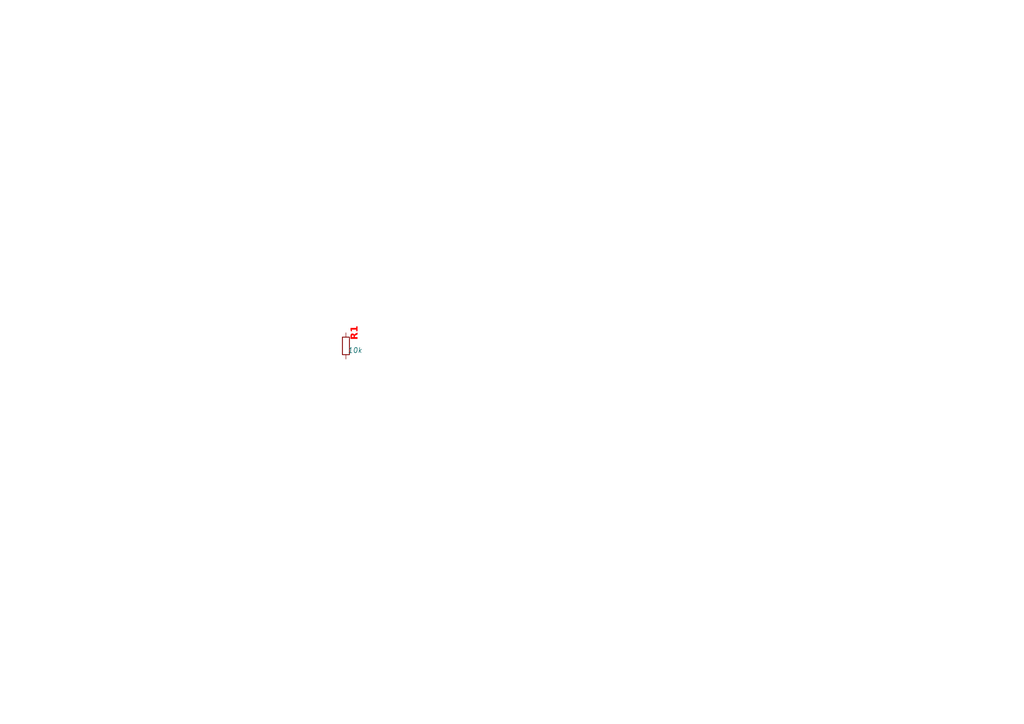
<source format=kicad_sch>
(kicad_sch (version 20250114) (generator "eeschema") (generator_version "9.0")
  (paper "A4")
  (title_block (title "TextEffectsReference"))
  (lib_symbols
    (symbol "Device:R" (pin_numbers (hide yes)) (pin_names (offset 0))
      (property "Reference" "R" (at 2.032 0 90))
      (property "Value" "R" (at 0 0 90))
      (symbol "R_0_1"
        (rectangle (start -1.016 -2.54) (end 1.016 2.54) (stroke (width 0.254)))
      )
      (symbol "R_1_1"
        (pin passive line (at 0 3.81 270) (length 1.27) (name "~") (number "1"))
        (pin passive line (at 0 -3.81 90) (length 1.27) (name "~") (number "2"))
      )
    )
  )
  (symbol (lib_id "Device:R") (at 100.33 100.33 0) (unit 1)
    (property "Reference" "R1" (at 102.87 98.552 90) (effects (font (size 2 2) (bold yes)) (justify left)))
    (property "Value" "10k" (at 102.87 101.5999 0) (effects (font (size 1.5 1.5) (italic yes))))
  )
)
</source>
